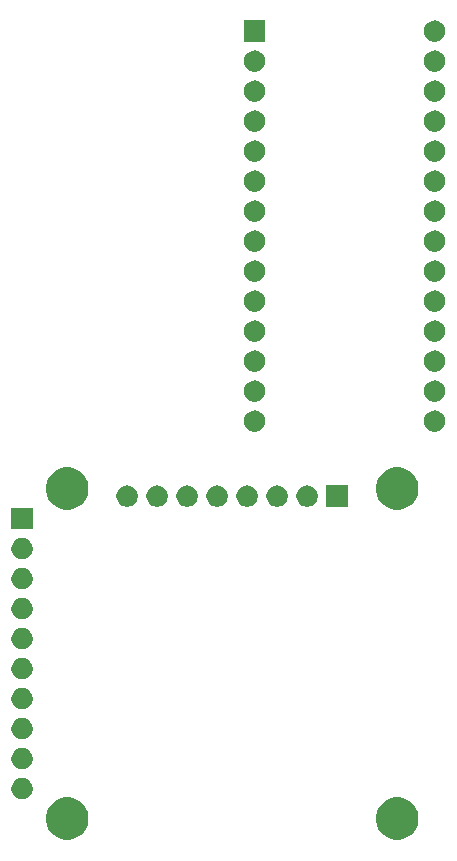
<source format=gbr>
G04 #@! TF.GenerationSoftware,KiCad,Pcbnew,(5.1.5-0-10_14)*
G04 #@! TF.CreationDate,2020-09-26T22:56:57+02:00*
G04 #@! TF.ProjectId,es_display,65735f64-6973-4706-9c61-792e6b696361,rev?*
G04 #@! TF.SameCoordinates,Original*
G04 #@! TF.FileFunction,Soldermask,Top*
G04 #@! TF.FilePolarity,Negative*
%FSLAX46Y46*%
G04 Gerber Fmt 4.6, Leading zero omitted, Abs format (unit mm)*
G04 Created by KiCad (PCBNEW (5.1.5-0-10_14)) date 2020-09-26 22:56:57*
%MOMM*%
%LPD*%
G04 APERTURE LIST*
%ADD10C,0.100000*%
G04 APERTURE END LIST*
D10*
G36*
X147210331Y-136063211D02*
G01*
X147538092Y-136198974D01*
X147833070Y-136396072D01*
X148083928Y-136646930D01*
X148281026Y-136941908D01*
X148416789Y-137269669D01*
X148486000Y-137617616D01*
X148486000Y-137972384D01*
X148416789Y-138320331D01*
X148281026Y-138648092D01*
X148083928Y-138943070D01*
X147833070Y-139193928D01*
X147538092Y-139391026D01*
X147210331Y-139526789D01*
X146862384Y-139596000D01*
X146507616Y-139596000D01*
X146159669Y-139526789D01*
X145831908Y-139391026D01*
X145536930Y-139193928D01*
X145286072Y-138943070D01*
X145088974Y-138648092D01*
X144953211Y-138320331D01*
X144884000Y-137972384D01*
X144884000Y-137617616D01*
X144953211Y-137269669D01*
X145088974Y-136941908D01*
X145286072Y-136646930D01*
X145536930Y-136396072D01*
X145831908Y-136198974D01*
X146159669Y-136063211D01*
X146507616Y-135994000D01*
X146862384Y-135994000D01*
X147210331Y-136063211D01*
G37*
G36*
X119270331Y-136063211D02*
G01*
X119598092Y-136198974D01*
X119893070Y-136396072D01*
X120143928Y-136646930D01*
X120341026Y-136941908D01*
X120476789Y-137269669D01*
X120546000Y-137617616D01*
X120546000Y-137972384D01*
X120476789Y-138320331D01*
X120341026Y-138648092D01*
X120143928Y-138943070D01*
X119893070Y-139193928D01*
X119598092Y-139391026D01*
X119270331Y-139526789D01*
X118922384Y-139596000D01*
X118567616Y-139596000D01*
X118219669Y-139526789D01*
X117891908Y-139391026D01*
X117596930Y-139193928D01*
X117346072Y-138943070D01*
X117148974Y-138648092D01*
X117013211Y-138320331D01*
X116944000Y-137972384D01*
X116944000Y-137617616D01*
X117013211Y-137269669D01*
X117148974Y-136941908D01*
X117346072Y-136646930D01*
X117596930Y-136396072D01*
X117891908Y-136198974D01*
X118219669Y-136063211D01*
X118567616Y-135994000D01*
X118922384Y-135994000D01*
X119270331Y-136063211D01*
G37*
G36*
X115048512Y-134358927D02*
G01*
X115197812Y-134388624D01*
X115361784Y-134456544D01*
X115509354Y-134555147D01*
X115634853Y-134680646D01*
X115733456Y-134828216D01*
X115801376Y-134992188D01*
X115836000Y-135166259D01*
X115836000Y-135343741D01*
X115801376Y-135517812D01*
X115733456Y-135681784D01*
X115634853Y-135829354D01*
X115509354Y-135954853D01*
X115361784Y-136053456D01*
X115197812Y-136121376D01*
X115048512Y-136151073D01*
X115023742Y-136156000D01*
X114846258Y-136156000D01*
X114821488Y-136151073D01*
X114672188Y-136121376D01*
X114508216Y-136053456D01*
X114360646Y-135954853D01*
X114235147Y-135829354D01*
X114136544Y-135681784D01*
X114068624Y-135517812D01*
X114034000Y-135343741D01*
X114034000Y-135166259D01*
X114068624Y-134992188D01*
X114136544Y-134828216D01*
X114235147Y-134680646D01*
X114360646Y-134555147D01*
X114508216Y-134456544D01*
X114672188Y-134388624D01*
X114821488Y-134358927D01*
X114846258Y-134354000D01*
X115023742Y-134354000D01*
X115048512Y-134358927D01*
G37*
G36*
X115048512Y-131818927D02*
G01*
X115197812Y-131848624D01*
X115361784Y-131916544D01*
X115509354Y-132015147D01*
X115634853Y-132140646D01*
X115733456Y-132288216D01*
X115801376Y-132452188D01*
X115836000Y-132626259D01*
X115836000Y-132803741D01*
X115801376Y-132977812D01*
X115733456Y-133141784D01*
X115634853Y-133289354D01*
X115509354Y-133414853D01*
X115361784Y-133513456D01*
X115197812Y-133581376D01*
X115048512Y-133611073D01*
X115023742Y-133616000D01*
X114846258Y-133616000D01*
X114821488Y-133611073D01*
X114672188Y-133581376D01*
X114508216Y-133513456D01*
X114360646Y-133414853D01*
X114235147Y-133289354D01*
X114136544Y-133141784D01*
X114068624Y-132977812D01*
X114034000Y-132803741D01*
X114034000Y-132626259D01*
X114068624Y-132452188D01*
X114136544Y-132288216D01*
X114235147Y-132140646D01*
X114360646Y-132015147D01*
X114508216Y-131916544D01*
X114672188Y-131848624D01*
X114821488Y-131818927D01*
X114846258Y-131814000D01*
X115023742Y-131814000D01*
X115048512Y-131818927D01*
G37*
G36*
X115048512Y-129278927D02*
G01*
X115197812Y-129308624D01*
X115361784Y-129376544D01*
X115509354Y-129475147D01*
X115634853Y-129600646D01*
X115733456Y-129748216D01*
X115801376Y-129912188D01*
X115836000Y-130086259D01*
X115836000Y-130263741D01*
X115801376Y-130437812D01*
X115733456Y-130601784D01*
X115634853Y-130749354D01*
X115509354Y-130874853D01*
X115361784Y-130973456D01*
X115197812Y-131041376D01*
X115048512Y-131071073D01*
X115023742Y-131076000D01*
X114846258Y-131076000D01*
X114821488Y-131071073D01*
X114672188Y-131041376D01*
X114508216Y-130973456D01*
X114360646Y-130874853D01*
X114235147Y-130749354D01*
X114136544Y-130601784D01*
X114068624Y-130437812D01*
X114034000Y-130263741D01*
X114034000Y-130086259D01*
X114068624Y-129912188D01*
X114136544Y-129748216D01*
X114235147Y-129600646D01*
X114360646Y-129475147D01*
X114508216Y-129376544D01*
X114672188Y-129308624D01*
X114821488Y-129278927D01*
X114846258Y-129274000D01*
X115023742Y-129274000D01*
X115048512Y-129278927D01*
G37*
G36*
X115048512Y-126738927D02*
G01*
X115197812Y-126768624D01*
X115361784Y-126836544D01*
X115509354Y-126935147D01*
X115634853Y-127060646D01*
X115733456Y-127208216D01*
X115801376Y-127372188D01*
X115836000Y-127546259D01*
X115836000Y-127723741D01*
X115801376Y-127897812D01*
X115733456Y-128061784D01*
X115634853Y-128209354D01*
X115509354Y-128334853D01*
X115361784Y-128433456D01*
X115197812Y-128501376D01*
X115048512Y-128531073D01*
X115023742Y-128536000D01*
X114846258Y-128536000D01*
X114821488Y-128531073D01*
X114672188Y-128501376D01*
X114508216Y-128433456D01*
X114360646Y-128334853D01*
X114235147Y-128209354D01*
X114136544Y-128061784D01*
X114068624Y-127897812D01*
X114034000Y-127723741D01*
X114034000Y-127546259D01*
X114068624Y-127372188D01*
X114136544Y-127208216D01*
X114235147Y-127060646D01*
X114360646Y-126935147D01*
X114508216Y-126836544D01*
X114672188Y-126768624D01*
X114821488Y-126738927D01*
X114846258Y-126734000D01*
X115023742Y-126734000D01*
X115048512Y-126738927D01*
G37*
G36*
X115048512Y-124198927D02*
G01*
X115197812Y-124228624D01*
X115361784Y-124296544D01*
X115509354Y-124395147D01*
X115634853Y-124520646D01*
X115733456Y-124668216D01*
X115801376Y-124832188D01*
X115836000Y-125006259D01*
X115836000Y-125183741D01*
X115801376Y-125357812D01*
X115733456Y-125521784D01*
X115634853Y-125669354D01*
X115509354Y-125794853D01*
X115361784Y-125893456D01*
X115197812Y-125961376D01*
X115048512Y-125991073D01*
X115023742Y-125996000D01*
X114846258Y-125996000D01*
X114821488Y-125991073D01*
X114672188Y-125961376D01*
X114508216Y-125893456D01*
X114360646Y-125794853D01*
X114235147Y-125669354D01*
X114136544Y-125521784D01*
X114068624Y-125357812D01*
X114034000Y-125183741D01*
X114034000Y-125006259D01*
X114068624Y-124832188D01*
X114136544Y-124668216D01*
X114235147Y-124520646D01*
X114360646Y-124395147D01*
X114508216Y-124296544D01*
X114672188Y-124228624D01*
X114821488Y-124198927D01*
X114846258Y-124194000D01*
X115023742Y-124194000D01*
X115048512Y-124198927D01*
G37*
G36*
X115048512Y-121658927D02*
G01*
X115197812Y-121688624D01*
X115361784Y-121756544D01*
X115509354Y-121855147D01*
X115634853Y-121980646D01*
X115733456Y-122128216D01*
X115801376Y-122292188D01*
X115836000Y-122466259D01*
X115836000Y-122643741D01*
X115801376Y-122817812D01*
X115733456Y-122981784D01*
X115634853Y-123129354D01*
X115509354Y-123254853D01*
X115361784Y-123353456D01*
X115197812Y-123421376D01*
X115048512Y-123451073D01*
X115023742Y-123456000D01*
X114846258Y-123456000D01*
X114821488Y-123451073D01*
X114672188Y-123421376D01*
X114508216Y-123353456D01*
X114360646Y-123254853D01*
X114235147Y-123129354D01*
X114136544Y-122981784D01*
X114068624Y-122817812D01*
X114034000Y-122643741D01*
X114034000Y-122466259D01*
X114068624Y-122292188D01*
X114136544Y-122128216D01*
X114235147Y-121980646D01*
X114360646Y-121855147D01*
X114508216Y-121756544D01*
X114672188Y-121688624D01*
X114821488Y-121658927D01*
X114846258Y-121654000D01*
X115023742Y-121654000D01*
X115048512Y-121658927D01*
G37*
G36*
X115048512Y-119118927D02*
G01*
X115197812Y-119148624D01*
X115361784Y-119216544D01*
X115509354Y-119315147D01*
X115634853Y-119440646D01*
X115733456Y-119588216D01*
X115801376Y-119752188D01*
X115836000Y-119926259D01*
X115836000Y-120103741D01*
X115801376Y-120277812D01*
X115733456Y-120441784D01*
X115634853Y-120589354D01*
X115509354Y-120714853D01*
X115361784Y-120813456D01*
X115197812Y-120881376D01*
X115048512Y-120911073D01*
X115023742Y-120916000D01*
X114846258Y-120916000D01*
X114821488Y-120911073D01*
X114672188Y-120881376D01*
X114508216Y-120813456D01*
X114360646Y-120714853D01*
X114235147Y-120589354D01*
X114136544Y-120441784D01*
X114068624Y-120277812D01*
X114034000Y-120103741D01*
X114034000Y-119926259D01*
X114068624Y-119752188D01*
X114136544Y-119588216D01*
X114235147Y-119440646D01*
X114360646Y-119315147D01*
X114508216Y-119216544D01*
X114672188Y-119148624D01*
X114821488Y-119118927D01*
X114846258Y-119114000D01*
X115023742Y-119114000D01*
X115048512Y-119118927D01*
G37*
G36*
X115048512Y-116578927D02*
G01*
X115197812Y-116608624D01*
X115361784Y-116676544D01*
X115509354Y-116775147D01*
X115634853Y-116900646D01*
X115733456Y-117048216D01*
X115801376Y-117212188D01*
X115836000Y-117386259D01*
X115836000Y-117563741D01*
X115801376Y-117737812D01*
X115733456Y-117901784D01*
X115634853Y-118049354D01*
X115509354Y-118174853D01*
X115361784Y-118273456D01*
X115197812Y-118341376D01*
X115048512Y-118371073D01*
X115023742Y-118376000D01*
X114846258Y-118376000D01*
X114821488Y-118371073D01*
X114672188Y-118341376D01*
X114508216Y-118273456D01*
X114360646Y-118174853D01*
X114235147Y-118049354D01*
X114136544Y-117901784D01*
X114068624Y-117737812D01*
X114034000Y-117563741D01*
X114034000Y-117386259D01*
X114068624Y-117212188D01*
X114136544Y-117048216D01*
X114235147Y-116900646D01*
X114360646Y-116775147D01*
X114508216Y-116676544D01*
X114672188Y-116608624D01*
X114821488Y-116578927D01*
X114846258Y-116574000D01*
X115023742Y-116574000D01*
X115048512Y-116578927D01*
G37*
G36*
X115048512Y-114038927D02*
G01*
X115197812Y-114068624D01*
X115361784Y-114136544D01*
X115509354Y-114235147D01*
X115634853Y-114360646D01*
X115733456Y-114508216D01*
X115801376Y-114672188D01*
X115836000Y-114846259D01*
X115836000Y-115023741D01*
X115801376Y-115197812D01*
X115733456Y-115361784D01*
X115634853Y-115509354D01*
X115509354Y-115634853D01*
X115361784Y-115733456D01*
X115197812Y-115801376D01*
X115048512Y-115831073D01*
X115023742Y-115836000D01*
X114846258Y-115836000D01*
X114821488Y-115831073D01*
X114672188Y-115801376D01*
X114508216Y-115733456D01*
X114360646Y-115634853D01*
X114235147Y-115509354D01*
X114136544Y-115361784D01*
X114068624Y-115197812D01*
X114034000Y-115023741D01*
X114034000Y-114846259D01*
X114068624Y-114672188D01*
X114136544Y-114508216D01*
X114235147Y-114360646D01*
X114360646Y-114235147D01*
X114508216Y-114136544D01*
X114672188Y-114068624D01*
X114821488Y-114038927D01*
X114846258Y-114034000D01*
X115023742Y-114034000D01*
X115048512Y-114038927D01*
G37*
G36*
X115836000Y-113296000D02*
G01*
X114034000Y-113296000D01*
X114034000Y-111494000D01*
X115836000Y-111494000D01*
X115836000Y-113296000D01*
G37*
G36*
X147210331Y-108123211D02*
G01*
X147538092Y-108258974D01*
X147833070Y-108456072D01*
X148083928Y-108706930D01*
X148281026Y-109001908D01*
X148416789Y-109329669D01*
X148486000Y-109677616D01*
X148486000Y-110032384D01*
X148416789Y-110380331D01*
X148281026Y-110708092D01*
X148083928Y-111003070D01*
X147833070Y-111253928D01*
X147538092Y-111451026D01*
X147210331Y-111586789D01*
X146862384Y-111656000D01*
X146507616Y-111656000D01*
X146159669Y-111586789D01*
X145831908Y-111451026D01*
X145536930Y-111253928D01*
X145286072Y-111003070D01*
X145088974Y-110708092D01*
X144953211Y-110380331D01*
X144884000Y-110032384D01*
X144884000Y-109677616D01*
X144953211Y-109329669D01*
X145088974Y-109001908D01*
X145286072Y-108706930D01*
X145536930Y-108456072D01*
X145831908Y-108258974D01*
X146159669Y-108123211D01*
X146507616Y-108054000D01*
X146862384Y-108054000D01*
X147210331Y-108123211D01*
G37*
G36*
X119270331Y-108123211D02*
G01*
X119598092Y-108258974D01*
X119893070Y-108456072D01*
X120143928Y-108706930D01*
X120341026Y-109001908D01*
X120476789Y-109329669D01*
X120546000Y-109677616D01*
X120546000Y-110032384D01*
X120476789Y-110380331D01*
X120341026Y-110708092D01*
X120143928Y-111003070D01*
X119893070Y-111253928D01*
X119598092Y-111451026D01*
X119270331Y-111586789D01*
X118922384Y-111656000D01*
X118567616Y-111656000D01*
X118219669Y-111586789D01*
X117891908Y-111451026D01*
X117596930Y-111253928D01*
X117346072Y-111003070D01*
X117148974Y-110708092D01*
X117013211Y-110380331D01*
X116944000Y-110032384D01*
X116944000Y-109677616D01*
X117013211Y-109329669D01*
X117148974Y-109001908D01*
X117346072Y-108706930D01*
X117596930Y-108456072D01*
X117891908Y-108258974D01*
X118219669Y-108123211D01*
X118567616Y-108054000D01*
X118922384Y-108054000D01*
X119270331Y-108123211D01*
G37*
G36*
X126478512Y-109593927D02*
G01*
X126627812Y-109623624D01*
X126791784Y-109691544D01*
X126939354Y-109790147D01*
X127064853Y-109915646D01*
X127163456Y-110063216D01*
X127231376Y-110227188D01*
X127266000Y-110401259D01*
X127266000Y-110578741D01*
X127231376Y-110752812D01*
X127163456Y-110916784D01*
X127064853Y-111064354D01*
X126939354Y-111189853D01*
X126791784Y-111288456D01*
X126627812Y-111356376D01*
X126478512Y-111386073D01*
X126453742Y-111391000D01*
X126276258Y-111391000D01*
X126251488Y-111386073D01*
X126102188Y-111356376D01*
X125938216Y-111288456D01*
X125790646Y-111189853D01*
X125665147Y-111064354D01*
X125566544Y-110916784D01*
X125498624Y-110752812D01*
X125464000Y-110578741D01*
X125464000Y-110401259D01*
X125498624Y-110227188D01*
X125566544Y-110063216D01*
X125665147Y-109915646D01*
X125790646Y-109790147D01*
X125938216Y-109691544D01*
X126102188Y-109623624D01*
X126251488Y-109593927D01*
X126276258Y-109589000D01*
X126453742Y-109589000D01*
X126478512Y-109593927D01*
G37*
G36*
X129018512Y-109593927D02*
G01*
X129167812Y-109623624D01*
X129331784Y-109691544D01*
X129479354Y-109790147D01*
X129604853Y-109915646D01*
X129703456Y-110063216D01*
X129771376Y-110227188D01*
X129806000Y-110401259D01*
X129806000Y-110578741D01*
X129771376Y-110752812D01*
X129703456Y-110916784D01*
X129604853Y-111064354D01*
X129479354Y-111189853D01*
X129331784Y-111288456D01*
X129167812Y-111356376D01*
X129018512Y-111386073D01*
X128993742Y-111391000D01*
X128816258Y-111391000D01*
X128791488Y-111386073D01*
X128642188Y-111356376D01*
X128478216Y-111288456D01*
X128330646Y-111189853D01*
X128205147Y-111064354D01*
X128106544Y-110916784D01*
X128038624Y-110752812D01*
X128004000Y-110578741D01*
X128004000Y-110401259D01*
X128038624Y-110227188D01*
X128106544Y-110063216D01*
X128205147Y-109915646D01*
X128330646Y-109790147D01*
X128478216Y-109691544D01*
X128642188Y-109623624D01*
X128791488Y-109593927D01*
X128816258Y-109589000D01*
X128993742Y-109589000D01*
X129018512Y-109593927D01*
G37*
G36*
X123938512Y-109593927D02*
G01*
X124087812Y-109623624D01*
X124251784Y-109691544D01*
X124399354Y-109790147D01*
X124524853Y-109915646D01*
X124623456Y-110063216D01*
X124691376Y-110227188D01*
X124726000Y-110401259D01*
X124726000Y-110578741D01*
X124691376Y-110752812D01*
X124623456Y-110916784D01*
X124524853Y-111064354D01*
X124399354Y-111189853D01*
X124251784Y-111288456D01*
X124087812Y-111356376D01*
X123938512Y-111386073D01*
X123913742Y-111391000D01*
X123736258Y-111391000D01*
X123711488Y-111386073D01*
X123562188Y-111356376D01*
X123398216Y-111288456D01*
X123250646Y-111189853D01*
X123125147Y-111064354D01*
X123026544Y-110916784D01*
X122958624Y-110752812D01*
X122924000Y-110578741D01*
X122924000Y-110401259D01*
X122958624Y-110227188D01*
X123026544Y-110063216D01*
X123125147Y-109915646D01*
X123250646Y-109790147D01*
X123398216Y-109691544D01*
X123562188Y-109623624D01*
X123711488Y-109593927D01*
X123736258Y-109589000D01*
X123913742Y-109589000D01*
X123938512Y-109593927D01*
G37*
G36*
X142506000Y-111391000D02*
G01*
X140704000Y-111391000D01*
X140704000Y-109589000D01*
X142506000Y-109589000D01*
X142506000Y-111391000D01*
G37*
G36*
X139178512Y-109593927D02*
G01*
X139327812Y-109623624D01*
X139491784Y-109691544D01*
X139639354Y-109790147D01*
X139764853Y-109915646D01*
X139863456Y-110063216D01*
X139931376Y-110227188D01*
X139966000Y-110401259D01*
X139966000Y-110578741D01*
X139931376Y-110752812D01*
X139863456Y-110916784D01*
X139764853Y-111064354D01*
X139639354Y-111189853D01*
X139491784Y-111288456D01*
X139327812Y-111356376D01*
X139178512Y-111386073D01*
X139153742Y-111391000D01*
X138976258Y-111391000D01*
X138951488Y-111386073D01*
X138802188Y-111356376D01*
X138638216Y-111288456D01*
X138490646Y-111189853D01*
X138365147Y-111064354D01*
X138266544Y-110916784D01*
X138198624Y-110752812D01*
X138164000Y-110578741D01*
X138164000Y-110401259D01*
X138198624Y-110227188D01*
X138266544Y-110063216D01*
X138365147Y-109915646D01*
X138490646Y-109790147D01*
X138638216Y-109691544D01*
X138802188Y-109623624D01*
X138951488Y-109593927D01*
X138976258Y-109589000D01*
X139153742Y-109589000D01*
X139178512Y-109593927D01*
G37*
G36*
X136638512Y-109593927D02*
G01*
X136787812Y-109623624D01*
X136951784Y-109691544D01*
X137099354Y-109790147D01*
X137224853Y-109915646D01*
X137323456Y-110063216D01*
X137391376Y-110227188D01*
X137426000Y-110401259D01*
X137426000Y-110578741D01*
X137391376Y-110752812D01*
X137323456Y-110916784D01*
X137224853Y-111064354D01*
X137099354Y-111189853D01*
X136951784Y-111288456D01*
X136787812Y-111356376D01*
X136638512Y-111386073D01*
X136613742Y-111391000D01*
X136436258Y-111391000D01*
X136411488Y-111386073D01*
X136262188Y-111356376D01*
X136098216Y-111288456D01*
X135950646Y-111189853D01*
X135825147Y-111064354D01*
X135726544Y-110916784D01*
X135658624Y-110752812D01*
X135624000Y-110578741D01*
X135624000Y-110401259D01*
X135658624Y-110227188D01*
X135726544Y-110063216D01*
X135825147Y-109915646D01*
X135950646Y-109790147D01*
X136098216Y-109691544D01*
X136262188Y-109623624D01*
X136411488Y-109593927D01*
X136436258Y-109589000D01*
X136613742Y-109589000D01*
X136638512Y-109593927D01*
G37*
G36*
X134098512Y-109593927D02*
G01*
X134247812Y-109623624D01*
X134411784Y-109691544D01*
X134559354Y-109790147D01*
X134684853Y-109915646D01*
X134783456Y-110063216D01*
X134851376Y-110227188D01*
X134886000Y-110401259D01*
X134886000Y-110578741D01*
X134851376Y-110752812D01*
X134783456Y-110916784D01*
X134684853Y-111064354D01*
X134559354Y-111189853D01*
X134411784Y-111288456D01*
X134247812Y-111356376D01*
X134098512Y-111386073D01*
X134073742Y-111391000D01*
X133896258Y-111391000D01*
X133871488Y-111386073D01*
X133722188Y-111356376D01*
X133558216Y-111288456D01*
X133410646Y-111189853D01*
X133285147Y-111064354D01*
X133186544Y-110916784D01*
X133118624Y-110752812D01*
X133084000Y-110578741D01*
X133084000Y-110401259D01*
X133118624Y-110227188D01*
X133186544Y-110063216D01*
X133285147Y-109915646D01*
X133410646Y-109790147D01*
X133558216Y-109691544D01*
X133722188Y-109623624D01*
X133871488Y-109593927D01*
X133896258Y-109589000D01*
X134073742Y-109589000D01*
X134098512Y-109593927D01*
G37*
G36*
X131558512Y-109593927D02*
G01*
X131707812Y-109623624D01*
X131871784Y-109691544D01*
X132019354Y-109790147D01*
X132144853Y-109915646D01*
X132243456Y-110063216D01*
X132311376Y-110227188D01*
X132346000Y-110401259D01*
X132346000Y-110578741D01*
X132311376Y-110752812D01*
X132243456Y-110916784D01*
X132144853Y-111064354D01*
X132019354Y-111189853D01*
X131871784Y-111288456D01*
X131707812Y-111356376D01*
X131558512Y-111386073D01*
X131533742Y-111391000D01*
X131356258Y-111391000D01*
X131331488Y-111386073D01*
X131182188Y-111356376D01*
X131018216Y-111288456D01*
X130870646Y-111189853D01*
X130745147Y-111064354D01*
X130646544Y-110916784D01*
X130578624Y-110752812D01*
X130544000Y-110578741D01*
X130544000Y-110401259D01*
X130578624Y-110227188D01*
X130646544Y-110063216D01*
X130745147Y-109915646D01*
X130870646Y-109790147D01*
X131018216Y-109691544D01*
X131182188Y-109623624D01*
X131331488Y-109593927D01*
X131356258Y-109589000D01*
X131533742Y-109589000D01*
X131558512Y-109593927D01*
G37*
G36*
X149973512Y-103243927D02*
G01*
X150122812Y-103273624D01*
X150286784Y-103341544D01*
X150434354Y-103440147D01*
X150559853Y-103565646D01*
X150658456Y-103713216D01*
X150726376Y-103877188D01*
X150761000Y-104051259D01*
X150761000Y-104228741D01*
X150726376Y-104402812D01*
X150658456Y-104566784D01*
X150559853Y-104714354D01*
X150434354Y-104839853D01*
X150286784Y-104938456D01*
X150122812Y-105006376D01*
X149973512Y-105036073D01*
X149948742Y-105041000D01*
X149771258Y-105041000D01*
X149746488Y-105036073D01*
X149597188Y-105006376D01*
X149433216Y-104938456D01*
X149285646Y-104839853D01*
X149160147Y-104714354D01*
X149061544Y-104566784D01*
X148993624Y-104402812D01*
X148959000Y-104228741D01*
X148959000Y-104051259D01*
X148993624Y-103877188D01*
X149061544Y-103713216D01*
X149160147Y-103565646D01*
X149285646Y-103440147D01*
X149433216Y-103341544D01*
X149597188Y-103273624D01*
X149746488Y-103243927D01*
X149771258Y-103239000D01*
X149948742Y-103239000D01*
X149973512Y-103243927D01*
G37*
G36*
X134733512Y-103243927D02*
G01*
X134882812Y-103273624D01*
X135046784Y-103341544D01*
X135194354Y-103440147D01*
X135319853Y-103565646D01*
X135418456Y-103713216D01*
X135486376Y-103877188D01*
X135521000Y-104051259D01*
X135521000Y-104228741D01*
X135486376Y-104402812D01*
X135418456Y-104566784D01*
X135319853Y-104714354D01*
X135194354Y-104839853D01*
X135046784Y-104938456D01*
X134882812Y-105006376D01*
X134733512Y-105036073D01*
X134708742Y-105041000D01*
X134531258Y-105041000D01*
X134506488Y-105036073D01*
X134357188Y-105006376D01*
X134193216Y-104938456D01*
X134045646Y-104839853D01*
X133920147Y-104714354D01*
X133821544Y-104566784D01*
X133753624Y-104402812D01*
X133719000Y-104228741D01*
X133719000Y-104051259D01*
X133753624Y-103877188D01*
X133821544Y-103713216D01*
X133920147Y-103565646D01*
X134045646Y-103440147D01*
X134193216Y-103341544D01*
X134357188Y-103273624D01*
X134506488Y-103243927D01*
X134531258Y-103239000D01*
X134708742Y-103239000D01*
X134733512Y-103243927D01*
G37*
G36*
X149973512Y-100703927D02*
G01*
X150122812Y-100733624D01*
X150286784Y-100801544D01*
X150434354Y-100900147D01*
X150559853Y-101025646D01*
X150658456Y-101173216D01*
X150726376Y-101337188D01*
X150761000Y-101511259D01*
X150761000Y-101688741D01*
X150726376Y-101862812D01*
X150658456Y-102026784D01*
X150559853Y-102174354D01*
X150434354Y-102299853D01*
X150286784Y-102398456D01*
X150122812Y-102466376D01*
X149973512Y-102496073D01*
X149948742Y-102501000D01*
X149771258Y-102501000D01*
X149746488Y-102496073D01*
X149597188Y-102466376D01*
X149433216Y-102398456D01*
X149285646Y-102299853D01*
X149160147Y-102174354D01*
X149061544Y-102026784D01*
X148993624Y-101862812D01*
X148959000Y-101688741D01*
X148959000Y-101511259D01*
X148993624Y-101337188D01*
X149061544Y-101173216D01*
X149160147Y-101025646D01*
X149285646Y-100900147D01*
X149433216Y-100801544D01*
X149597188Y-100733624D01*
X149746488Y-100703927D01*
X149771258Y-100699000D01*
X149948742Y-100699000D01*
X149973512Y-100703927D01*
G37*
G36*
X134733512Y-100703927D02*
G01*
X134882812Y-100733624D01*
X135046784Y-100801544D01*
X135194354Y-100900147D01*
X135319853Y-101025646D01*
X135418456Y-101173216D01*
X135486376Y-101337188D01*
X135521000Y-101511259D01*
X135521000Y-101688741D01*
X135486376Y-101862812D01*
X135418456Y-102026784D01*
X135319853Y-102174354D01*
X135194354Y-102299853D01*
X135046784Y-102398456D01*
X134882812Y-102466376D01*
X134733512Y-102496073D01*
X134708742Y-102501000D01*
X134531258Y-102501000D01*
X134506488Y-102496073D01*
X134357188Y-102466376D01*
X134193216Y-102398456D01*
X134045646Y-102299853D01*
X133920147Y-102174354D01*
X133821544Y-102026784D01*
X133753624Y-101862812D01*
X133719000Y-101688741D01*
X133719000Y-101511259D01*
X133753624Y-101337188D01*
X133821544Y-101173216D01*
X133920147Y-101025646D01*
X134045646Y-100900147D01*
X134193216Y-100801544D01*
X134357188Y-100733624D01*
X134506488Y-100703927D01*
X134531258Y-100699000D01*
X134708742Y-100699000D01*
X134733512Y-100703927D01*
G37*
G36*
X149973512Y-98163927D02*
G01*
X150122812Y-98193624D01*
X150286784Y-98261544D01*
X150434354Y-98360147D01*
X150559853Y-98485646D01*
X150658456Y-98633216D01*
X150726376Y-98797188D01*
X150761000Y-98971259D01*
X150761000Y-99148741D01*
X150726376Y-99322812D01*
X150658456Y-99486784D01*
X150559853Y-99634354D01*
X150434354Y-99759853D01*
X150286784Y-99858456D01*
X150122812Y-99926376D01*
X149973512Y-99956073D01*
X149948742Y-99961000D01*
X149771258Y-99961000D01*
X149746488Y-99956073D01*
X149597188Y-99926376D01*
X149433216Y-99858456D01*
X149285646Y-99759853D01*
X149160147Y-99634354D01*
X149061544Y-99486784D01*
X148993624Y-99322812D01*
X148959000Y-99148741D01*
X148959000Y-98971259D01*
X148993624Y-98797188D01*
X149061544Y-98633216D01*
X149160147Y-98485646D01*
X149285646Y-98360147D01*
X149433216Y-98261544D01*
X149597188Y-98193624D01*
X149746488Y-98163927D01*
X149771258Y-98159000D01*
X149948742Y-98159000D01*
X149973512Y-98163927D01*
G37*
G36*
X134733512Y-98163927D02*
G01*
X134882812Y-98193624D01*
X135046784Y-98261544D01*
X135194354Y-98360147D01*
X135319853Y-98485646D01*
X135418456Y-98633216D01*
X135486376Y-98797188D01*
X135521000Y-98971259D01*
X135521000Y-99148741D01*
X135486376Y-99322812D01*
X135418456Y-99486784D01*
X135319853Y-99634354D01*
X135194354Y-99759853D01*
X135046784Y-99858456D01*
X134882812Y-99926376D01*
X134733512Y-99956073D01*
X134708742Y-99961000D01*
X134531258Y-99961000D01*
X134506488Y-99956073D01*
X134357188Y-99926376D01*
X134193216Y-99858456D01*
X134045646Y-99759853D01*
X133920147Y-99634354D01*
X133821544Y-99486784D01*
X133753624Y-99322812D01*
X133719000Y-99148741D01*
X133719000Y-98971259D01*
X133753624Y-98797188D01*
X133821544Y-98633216D01*
X133920147Y-98485646D01*
X134045646Y-98360147D01*
X134193216Y-98261544D01*
X134357188Y-98193624D01*
X134506488Y-98163927D01*
X134531258Y-98159000D01*
X134708742Y-98159000D01*
X134733512Y-98163927D01*
G37*
G36*
X134733512Y-95623927D02*
G01*
X134882812Y-95653624D01*
X135046784Y-95721544D01*
X135194354Y-95820147D01*
X135319853Y-95945646D01*
X135418456Y-96093216D01*
X135486376Y-96257188D01*
X135521000Y-96431259D01*
X135521000Y-96608741D01*
X135486376Y-96782812D01*
X135418456Y-96946784D01*
X135319853Y-97094354D01*
X135194354Y-97219853D01*
X135046784Y-97318456D01*
X134882812Y-97386376D01*
X134733512Y-97416073D01*
X134708742Y-97421000D01*
X134531258Y-97421000D01*
X134506488Y-97416073D01*
X134357188Y-97386376D01*
X134193216Y-97318456D01*
X134045646Y-97219853D01*
X133920147Y-97094354D01*
X133821544Y-96946784D01*
X133753624Y-96782812D01*
X133719000Y-96608741D01*
X133719000Y-96431259D01*
X133753624Y-96257188D01*
X133821544Y-96093216D01*
X133920147Y-95945646D01*
X134045646Y-95820147D01*
X134193216Y-95721544D01*
X134357188Y-95653624D01*
X134506488Y-95623927D01*
X134531258Y-95619000D01*
X134708742Y-95619000D01*
X134733512Y-95623927D01*
G37*
G36*
X149973512Y-95623927D02*
G01*
X150122812Y-95653624D01*
X150286784Y-95721544D01*
X150434354Y-95820147D01*
X150559853Y-95945646D01*
X150658456Y-96093216D01*
X150726376Y-96257188D01*
X150761000Y-96431259D01*
X150761000Y-96608741D01*
X150726376Y-96782812D01*
X150658456Y-96946784D01*
X150559853Y-97094354D01*
X150434354Y-97219853D01*
X150286784Y-97318456D01*
X150122812Y-97386376D01*
X149973512Y-97416073D01*
X149948742Y-97421000D01*
X149771258Y-97421000D01*
X149746488Y-97416073D01*
X149597188Y-97386376D01*
X149433216Y-97318456D01*
X149285646Y-97219853D01*
X149160147Y-97094354D01*
X149061544Y-96946784D01*
X148993624Y-96782812D01*
X148959000Y-96608741D01*
X148959000Y-96431259D01*
X148993624Y-96257188D01*
X149061544Y-96093216D01*
X149160147Y-95945646D01*
X149285646Y-95820147D01*
X149433216Y-95721544D01*
X149597188Y-95653624D01*
X149746488Y-95623927D01*
X149771258Y-95619000D01*
X149948742Y-95619000D01*
X149973512Y-95623927D01*
G37*
G36*
X134733512Y-93083927D02*
G01*
X134882812Y-93113624D01*
X135046784Y-93181544D01*
X135194354Y-93280147D01*
X135319853Y-93405646D01*
X135418456Y-93553216D01*
X135486376Y-93717188D01*
X135521000Y-93891259D01*
X135521000Y-94068741D01*
X135486376Y-94242812D01*
X135418456Y-94406784D01*
X135319853Y-94554354D01*
X135194354Y-94679853D01*
X135046784Y-94778456D01*
X134882812Y-94846376D01*
X134733512Y-94876073D01*
X134708742Y-94881000D01*
X134531258Y-94881000D01*
X134506488Y-94876073D01*
X134357188Y-94846376D01*
X134193216Y-94778456D01*
X134045646Y-94679853D01*
X133920147Y-94554354D01*
X133821544Y-94406784D01*
X133753624Y-94242812D01*
X133719000Y-94068741D01*
X133719000Y-93891259D01*
X133753624Y-93717188D01*
X133821544Y-93553216D01*
X133920147Y-93405646D01*
X134045646Y-93280147D01*
X134193216Y-93181544D01*
X134357188Y-93113624D01*
X134506488Y-93083927D01*
X134531258Y-93079000D01*
X134708742Y-93079000D01*
X134733512Y-93083927D01*
G37*
G36*
X149973512Y-93083927D02*
G01*
X150122812Y-93113624D01*
X150286784Y-93181544D01*
X150434354Y-93280147D01*
X150559853Y-93405646D01*
X150658456Y-93553216D01*
X150726376Y-93717188D01*
X150761000Y-93891259D01*
X150761000Y-94068741D01*
X150726376Y-94242812D01*
X150658456Y-94406784D01*
X150559853Y-94554354D01*
X150434354Y-94679853D01*
X150286784Y-94778456D01*
X150122812Y-94846376D01*
X149973512Y-94876073D01*
X149948742Y-94881000D01*
X149771258Y-94881000D01*
X149746488Y-94876073D01*
X149597188Y-94846376D01*
X149433216Y-94778456D01*
X149285646Y-94679853D01*
X149160147Y-94554354D01*
X149061544Y-94406784D01*
X148993624Y-94242812D01*
X148959000Y-94068741D01*
X148959000Y-93891259D01*
X148993624Y-93717188D01*
X149061544Y-93553216D01*
X149160147Y-93405646D01*
X149285646Y-93280147D01*
X149433216Y-93181544D01*
X149597188Y-93113624D01*
X149746488Y-93083927D01*
X149771258Y-93079000D01*
X149948742Y-93079000D01*
X149973512Y-93083927D01*
G37*
G36*
X134733512Y-90543927D02*
G01*
X134882812Y-90573624D01*
X135046784Y-90641544D01*
X135194354Y-90740147D01*
X135319853Y-90865646D01*
X135418456Y-91013216D01*
X135486376Y-91177188D01*
X135521000Y-91351259D01*
X135521000Y-91528741D01*
X135486376Y-91702812D01*
X135418456Y-91866784D01*
X135319853Y-92014354D01*
X135194354Y-92139853D01*
X135046784Y-92238456D01*
X134882812Y-92306376D01*
X134733512Y-92336073D01*
X134708742Y-92341000D01*
X134531258Y-92341000D01*
X134506488Y-92336073D01*
X134357188Y-92306376D01*
X134193216Y-92238456D01*
X134045646Y-92139853D01*
X133920147Y-92014354D01*
X133821544Y-91866784D01*
X133753624Y-91702812D01*
X133719000Y-91528741D01*
X133719000Y-91351259D01*
X133753624Y-91177188D01*
X133821544Y-91013216D01*
X133920147Y-90865646D01*
X134045646Y-90740147D01*
X134193216Y-90641544D01*
X134357188Y-90573624D01*
X134506488Y-90543927D01*
X134531258Y-90539000D01*
X134708742Y-90539000D01*
X134733512Y-90543927D01*
G37*
G36*
X149973512Y-90543927D02*
G01*
X150122812Y-90573624D01*
X150286784Y-90641544D01*
X150434354Y-90740147D01*
X150559853Y-90865646D01*
X150658456Y-91013216D01*
X150726376Y-91177188D01*
X150761000Y-91351259D01*
X150761000Y-91528741D01*
X150726376Y-91702812D01*
X150658456Y-91866784D01*
X150559853Y-92014354D01*
X150434354Y-92139853D01*
X150286784Y-92238456D01*
X150122812Y-92306376D01*
X149973512Y-92336073D01*
X149948742Y-92341000D01*
X149771258Y-92341000D01*
X149746488Y-92336073D01*
X149597188Y-92306376D01*
X149433216Y-92238456D01*
X149285646Y-92139853D01*
X149160147Y-92014354D01*
X149061544Y-91866784D01*
X148993624Y-91702812D01*
X148959000Y-91528741D01*
X148959000Y-91351259D01*
X148993624Y-91177188D01*
X149061544Y-91013216D01*
X149160147Y-90865646D01*
X149285646Y-90740147D01*
X149433216Y-90641544D01*
X149597188Y-90573624D01*
X149746488Y-90543927D01*
X149771258Y-90539000D01*
X149948742Y-90539000D01*
X149973512Y-90543927D01*
G37*
G36*
X134733512Y-88003927D02*
G01*
X134882812Y-88033624D01*
X135046784Y-88101544D01*
X135194354Y-88200147D01*
X135319853Y-88325646D01*
X135418456Y-88473216D01*
X135486376Y-88637188D01*
X135521000Y-88811259D01*
X135521000Y-88988741D01*
X135486376Y-89162812D01*
X135418456Y-89326784D01*
X135319853Y-89474354D01*
X135194354Y-89599853D01*
X135046784Y-89698456D01*
X134882812Y-89766376D01*
X134733512Y-89796073D01*
X134708742Y-89801000D01*
X134531258Y-89801000D01*
X134506488Y-89796073D01*
X134357188Y-89766376D01*
X134193216Y-89698456D01*
X134045646Y-89599853D01*
X133920147Y-89474354D01*
X133821544Y-89326784D01*
X133753624Y-89162812D01*
X133719000Y-88988741D01*
X133719000Y-88811259D01*
X133753624Y-88637188D01*
X133821544Y-88473216D01*
X133920147Y-88325646D01*
X134045646Y-88200147D01*
X134193216Y-88101544D01*
X134357188Y-88033624D01*
X134506488Y-88003927D01*
X134531258Y-87999000D01*
X134708742Y-87999000D01*
X134733512Y-88003927D01*
G37*
G36*
X149973512Y-88003927D02*
G01*
X150122812Y-88033624D01*
X150286784Y-88101544D01*
X150434354Y-88200147D01*
X150559853Y-88325646D01*
X150658456Y-88473216D01*
X150726376Y-88637188D01*
X150761000Y-88811259D01*
X150761000Y-88988741D01*
X150726376Y-89162812D01*
X150658456Y-89326784D01*
X150559853Y-89474354D01*
X150434354Y-89599853D01*
X150286784Y-89698456D01*
X150122812Y-89766376D01*
X149973512Y-89796073D01*
X149948742Y-89801000D01*
X149771258Y-89801000D01*
X149746488Y-89796073D01*
X149597188Y-89766376D01*
X149433216Y-89698456D01*
X149285646Y-89599853D01*
X149160147Y-89474354D01*
X149061544Y-89326784D01*
X148993624Y-89162812D01*
X148959000Y-88988741D01*
X148959000Y-88811259D01*
X148993624Y-88637188D01*
X149061544Y-88473216D01*
X149160147Y-88325646D01*
X149285646Y-88200147D01*
X149433216Y-88101544D01*
X149597188Y-88033624D01*
X149746488Y-88003927D01*
X149771258Y-87999000D01*
X149948742Y-87999000D01*
X149973512Y-88003927D01*
G37*
G36*
X134733512Y-85463927D02*
G01*
X134882812Y-85493624D01*
X135046784Y-85561544D01*
X135194354Y-85660147D01*
X135319853Y-85785646D01*
X135418456Y-85933216D01*
X135486376Y-86097188D01*
X135521000Y-86271259D01*
X135521000Y-86448741D01*
X135486376Y-86622812D01*
X135418456Y-86786784D01*
X135319853Y-86934354D01*
X135194354Y-87059853D01*
X135046784Y-87158456D01*
X134882812Y-87226376D01*
X134733512Y-87256073D01*
X134708742Y-87261000D01*
X134531258Y-87261000D01*
X134506488Y-87256073D01*
X134357188Y-87226376D01*
X134193216Y-87158456D01*
X134045646Y-87059853D01*
X133920147Y-86934354D01*
X133821544Y-86786784D01*
X133753624Y-86622812D01*
X133719000Y-86448741D01*
X133719000Y-86271259D01*
X133753624Y-86097188D01*
X133821544Y-85933216D01*
X133920147Y-85785646D01*
X134045646Y-85660147D01*
X134193216Y-85561544D01*
X134357188Y-85493624D01*
X134506488Y-85463927D01*
X134531258Y-85459000D01*
X134708742Y-85459000D01*
X134733512Y-85463927D01*
G37*
G36*
X149973512Y-85463927D02*
G01*
X150122812Y-85493624D01*
X150286784Y-85561544D01*
X150434354Y-85660147D01*
X150559853Y-85785646D01*
X150658456Y-85933216D01*
X150726376Y-86097188D01*
X150761000Y-86271259D01*
X150761000Y-86448741D01*
X150726376Y-86622812D01*
X150658456Y-86786784D01*
X150559853Y-86934354D01*
X150434354Y-87059853D01*
X150286784Y-87158456D01*
X150122812Y-87226376D01*
X149973512Y-87256073D01*
X149948742Y-87261000D01*
X149771258Y-87261000D01*
X149746488Y-87256073D01*
X149597188Y-87226376D01*
X149433216Y-87158456D01*
X149285646Y-87059853D01*
X149160147Y-86934354D01*
X149061544Y-86786784D01*
X148993624Y-86622812D01*
X148959000Y-86448741D01*
X148959000Y-86271259D01*
X148993624Y-86097188D01*
X149061544Y-85933216D01*
X149160147Y-85785646D01*
X149285646Y-85660147D01*
X149433216Y-85561544D01*
X149597188Y-85493624D01*
X149746488Y-85463927D01*
X149771258Y-85459000D01*
X149948742Y-85459000D01*
X149973512Y-85463927D01*
G37*
G36*
X134733512Y-82923927D02*
G01*
X134882812Y-82953624D01*
X135046784Y-83021544D01*
X135194354Y-83120147D01*
X135319853Y-83245646D01*
X135418456Y-83393216D01*
X135486376Y-83557188D01*
X135521000Y-83731259D01*
X135521000Y-83908741D01*
X135486376Y-84082812D01*
X135418456Y-84246784D01*
X135319853Y-84394354D01*
X135194354Y-84519853D01*
X135046784Y-84618456D01*
X134882812Y-84686376D01*
X134733512Y-84716073D01*
X134708742Y-84721000D01*
X134531258Y-84721000D01*
X134506488Y-84716073D01*
X134357188Y-84686376D01*
X134193216Y-84618456D01*
X134045646Y-84519853D01*
X133920147Y-84394354D01*
X133821544Y-84246784D01*
X133753624Y-84082812D01*
X133719000Y-83908741D01*
X133719000Y-83731259D01*
X133753624Y-83557188D01*
X133821544Y-83393216D01*
X133920147Y-83245646D01*
X134045646Y-83120147D01*
X134193216Y-83021544D01*
X134357188Y-82953624D01*
X134506488Y-82923927D01*
X134531258Y-82919000D01*
X134708742Y-82919000D01*
X134733512Y-82923927D01*
G37*
G36*
X149973512Y-82923927D02*
G01*
X150122812Y-82953624D01*
X150286784Y-83021544D01*
X150434354Y-83120147D01*
X150559853Y-83245646D01*
X150658456Y-83393216D01*
X150726376Y-83557188D01*
X150761000Y-83731259D01*
X150761000Y-83908741D01*
X150726376Y-84082812D01*
X150658456Y-84246784D01*
X150559853Y-84394354D01*
X150434354Y-84519853D01*
X150286784Y-84618456D01*
X150122812Y-84686376D01*
X149973512Y-84716073D01*
X149948742Y-84721000D01*
X149771258Y-84721000D01*
X149746488Y-84716073D01*
X149597188Y-84686376D01*
X149433216Y-84618456D01*
X149285646Y-84519853D01*
X149160147Y-84394354D01*
X149061544Y-84246784D01*
X148993624Y-84082812D01*
X148959000Y-83908741D01*
X148959000Y-83731259D01*
X148993624Y-83557188D01*
X149061544Y-83393216D01*
X149160147Y-83245646D01*
X149285646Y-83120147D01*
X149433216Y-83021544D01*
X149597188Y-82953624D01*
X149746488Y-82923927D01*
X149771258Y-82919000D01*
X149948742Y-82919000D01*
X149973512Y-82923927D01*
G37*
G36*
X134733512Y-80383927D02*
G01*
X134882812Y-80413624D01*
X135046784Y-80481544D01*
X135194354Y-80580147D01*
X135319853Y-80705646D01*
X135418456Y-80853216D01*
X135486376Y-81017188D01*
X135521000Y-81191259D01*
X135521000Y-81368741D01*
X135486376Y-81542812D01*
X135418456Y-81706784D01*
X135319853Y-81854354D01*
X135194354Y-81979853D01*
X135046784Y-82078456D01*
X134882812Y-82146376D01*
X134733512Y-82176073D01*
X134708742Y-82181000D01*
X134531258Y-82181000D01*
X134506488Y-82176073D01*
X134357188Y-82146376D01*
X134193216Y-82078456D01*
X134045646Y-81979853D01*
X133920147Y-81854354D01*
X133821544Y-81706784D01*
X133753624Y-81542812D01*
X133719000Y-81368741D01*
X133719000Y-81191259D01*
X133753624Y-81017188D01*
X133821544Y-80853216D01*
X133920147Y-80705646D01*
X134045646Y-80580147D01*
X134193216Y-80481544D01*
X134357188Y-80413624D01*
X134506488Y-80383927D01*
X134531258Y-80379000D01*
X134708742Y-80379000D01*
X134733512Y-80383927D01*
G37*
G36*
X149973512Y-80383927D02*
G01*
X150122812Y-80413624D01*
X150286784Y-80481544D01*
X150434354Y-80580147D01*
X150559853Y-80705646D01*
X150658456Y-80853216D01*
X150726376Y-81017188D01*
X150761000Y-81191259D01*
X150761000Y-81368741D01*
X150726376Y-81542812D01*
X150658456Y-81706784D01*
X150559853Y-81854354D01*
X150434354Y-81979853D01*
X150286784Y-82078456D01*
X150122812Y-82146376D01*
X149973512Y-82176073D01*
X149948742Y-82181000D01*
X149771258Y-82181000D01*
X149746488Y-82176073D01*
X149597188Y-82146376D01*
X149433216Y-82078456D01*
X149285646Y-81979853D01*
X149160147Y-81854354D01*
X149061544Y-81706784D01*
X148993624Y-81542812D01*
X148959000Y-81368741D01*
X148959000Y-81191259D01*
X148993624Y-81017188D01*
X149061544Y-80853216D01*
X149160147Y-80705646D01*
X149285646Y-80580147D01*
X149433216Y-80481544D01*
X149597188Y-80413624D01*
X149746488Y-80383927D01*
X149771258Y-80379000D01*
X149948742Y-80379000D01*
X149973512Y-80383927D01*
G37*
G36*
X134733512Y-77843927D02*
G01*
X134882812Y-77873624D01*
X135046784Y-77941544D01*
X135194354Y-78040147D01*
X135319853Y-78165646D01*
X135418456Y-78313216D01*
X135486376Y-78477188D01*
X135521000Y-78651259D01*
X135521000Y-78828741D01*
X135486376Y-79002812D01*
X135418456Y-79166784D01*
X135319853Y-79314354D01*
X135194354Y-79439853D01*
X135046784Y-79538456D01*
X134882812Y-79606376D01*
X134733512Y-79636073D01*
X134708742Y-79641000D01*
X134531258Y-79641000D01*
X134506488Y-79636073D01*
X134357188Y-79606376D01*
X134193216Y-79538456D01*
X134045646Y-79439853D01*
X133920147Y-79314354D01*
X133821544Y-79166784D01*
X133753624Y-79002812D01*
X133719000Y-78828741D01*
X133719000Y-78651259D01*
X133753624Y-78477188D01*
X133821544Y-78313216D01*
X133920147Y-78165646D01*
X134045646Y-78040147D01*
X134193216Y-77941544D01*
X134357188Y-77873624D01*
X134506488Y-77843927D01*
X134531258Y-77839000D01*
X134708742Y-77839000D01*
X134733512Y-77843927D01*
G37*
G36*
X149973512Y-77843927D02*
G01*
X150122812Y-77873624D01*
X150286784Y-77941544D01*
X150434354Y-78040147D01*
X150559853Y-78165646D01*
X150658456Y-78313216D01*
X150726376Y-78477188D01*
X150761000Y-78651259D01*
X150761000Y-78828741D01*
X150726376Y-79002812D01*
X150658456Y-79166784D01*
X150559853Y-79314354D01*
X150434354Y-79439853D01*
X150286784Y-79538456D01*
X150122812Y-79606376D01*
X149973512Y-79636073D01*
X149948742Y-79641000D01*
X149771258Y-79641000D01*
X149746488Y-79636073D01*
X149597188Y-79606376D01*
X149433216Y-79538456D01*
X149285646Y-79439853D01*
X149160147Y-79314354D01*
X149061544Y-79166784D01*
X148993624Y-79002812D01*
X148959000Y-78828741D01*
X148959000Y-78651259D01*
X148993624Y-78477188D01*
X149061544Y-78313216D01*
X149160147Y-78165646D01*
X149285646Y-78040147D01*
X149433216Y-77941544D01*
X149597188Y-77873624D01*
X149746488Y-77843927D01*
X149771258Y-77839000D01*
X149948742Y-77839000D01*
X149973512Y-77843927D01*
G37*
G36*
X134733512Y-75303927D02*
G01*
X134882812Y-75333624D01*
X135046784Y-75401544D01*
X135194354Y-75500147D01*
X135319853Y-75625646D01*
X135418456Y-75773216D01*
X135486376Y-75937188D01*
X135521000Y-76111259D01*
X135521000Y-76288741D01*
X135486376Y-76462812D01*
X135418456Y-76626784D01*
X135319853Y-76774354D01*
X135194354Y-76899853D01*
X135046784Y-76998456D01*
X134882812Y-77066376D01*
X134733512Y-77096073D01*
X134708742Y-77101000D01*
X134531258Y-77101000D01*
X134506488Y-77096073D01*
X134357188Y-77066376D01*
X134193216Y-76998456D01*
X134045646Y-76899853D01*
X133920147Y-76774354D01*
X133821544Y-76626784D01*
X133753624Y-76462812D01*
X133719000Y-76288741D01*
X133719000Y-76111259D01*
X133753624Y-75937188D01*
X133821544Y-75773216D01*
X133920147Y-75625646D01*
X134045646Y-75500147D01*
X134193216Y-75401544D01*
X134357188Y-75333624D01*
X134506488Y-75303927D01*
X134531258Y-75299000D01*
X134708742Y-75299000D01*
X134733512Y-75303927D01*
G37*
G36*
X149973512Y-75303927D02*
G01*
X150122812Y-75333624D01*
X150286784Y-75401544D01*
X150434354Y-75500147D01*
X150559853Y-75625646D01*
X150658456Y-75773216D01*
X150726376Y-75937188D01*
X150761000Y-76111259D01*
X150761000Y-76288741D01*
X150726376Y-76462812D01*
X150658456Y-76626784D01*
X150559853Y-76774354D01*
X150434354Y-76899853D01*
X150286784Y-76998456D01*
X150122812Y-77066376D01*
X149973512Y-77096073D01*
X149948742Y-77101000D01*
X149771258Y-77101000D01*
X149746488Y-77096073D01*
X149597188Y-77066376D01*
X149433216Y-76998456D01*
X149285646Y-76899853D01*
X149160147Y-76774354D01*
X149061544Y-76626784D01*
X148993624Y-76462812D01*
X148959000Y-76288741D01*
X148959000Y-76111259D01*
X148993624Y-75937188D01*
X149061544Y-75773216D01*
X149160147Y-75625646D01*
X149285646Y-75500147D01*
X149433216Y-75401544D01*
X149597188Y-75333624D01*
X149746488Y-75303927D01*
X149771258Y-75299000D01*
X149948742Y-75299000D01*
X149973512Y-75303927D01*
G37*
G36*
X134733512Y-72763927D02*
G01*
X134882812Y-72793624D01*
X135046784Y-72861544D01*
X135194354Y-72960147D01*
X135319853Y-73085646D01*
X135418456Y-73233216D01*
X135486376Y-73397188D01*
X135521000Y-73571259D01*
X135521000Y-73748741D01*
X135486376Y-73922812D01*
X135418456Y-74086784D01*
X135319853Y-74234354D01*
X135194354Y-74359853D01*
X135046784Y-74458456D01*
X134882812Y-74526376D01*
X134733512Y-74556073D01*
X134708742Y-74561000D01*
X134531258Y-74561000D01*
X134506488Y-74556073D01*
X134357188Y-74526376D01*
X134193216Y-74458456D01*
X134045646Y-74359853D01*
X133920147Y-74234354D01*
X133821544Y-74086784D01*
X133753624Y-73922812D01*
X133719000Y-73748741D01*
X133719000Y-73571259D01*
X133753624Y-73397188D01*
X133821544Y-73233216D01*
X133920147Y-73085646D01*
X134045646Y-72960147D01*
X134193216Y-72861544D01*
X134357188Y-72793624D01*
X134506488Y-72763927D01*
X134531258Y-72759000D01*
X134708742Y-72759000D01*
X134733512Y-72763927D01*
G37*
G36*
X149973512Y-72763927D02*
G01*
X150122812Y-72793624D01*
X150286784Y-72861544D01*
X150434354Y-72960147D01*
X150559853Y-73085646D01*
X150658456Y-73233216D01*
X150726376Y-73397188D01*
X150761000Y-73571259D01*
X150761000Y-73748741D01*
X150726376Y-73922812D01*
X150658456Y-74086784D01*
X150559853Y-74234354D01*
X150434354Y-74359853D01*
X150286784Y-74458456D01*
X150122812Y-74526376D01*
X149973512Y-74556073D01*
X149948742Y-74561000D01*
X149771258Y-74561000D01*
X149746488Y-74556073D01*
X149597188Y-74526376D01*
X149433216Y-74458456D01*
X149285646Y-74359853D01*
X149160147Y-74234354D01*
X149061544Y-74086784D01*
X148993624Y-73922812D01*
X148959000Y-73748741D01*
X148959000Y-73571259D01*
X148993624Y-73397188D01*
X149061544Y-73233216D01*
X149160147Y-73085646D01*
X149285646Y-72960147D01*
X149433216Y-72861544D01*
X149597188Y-72793624D01*
X149746488Y-72763927D01*
X149771258Y-72759000D01*
X149948742Y-72759000D01*
X149973512Y-72763927D01*
G37*
G36*
X135521000Y-72021000D02*
G01*
X133719000Y-72021000D01*
X133719000Y-70219000D01*
X135521000Y-70219000D01*
X135521000Y-72021000D01*
G37*
G36*
X149973512Y-70223927D02*
G01*
X150122812Y-70253624D01*
X150286784Y-70321544D01*
X150434354Y-70420147D01*
X150559853Y-70545646D01*
X150658456Y-70693216D01*
X150726376Y-70857188D01*
X150761000Y-71031259D01*
X150761000Y-71208741D01*
X150726376Y-71382812D01*
X150658456Y-71546784D01*
X150559853Y-71694354D01*
X150434354Y-71819853D01*
X150286784Y-71918456D01*
X150122812Y-71986376D01*
X149973512Y-72016073D01*
X149948742Y-72021000D01*
X149771258Y-72021000D01*
X149746488Y-72016073D01*
X149597188Y-71986376D01*
X149433216Y-71918456D01*
X149285646Y-71819853D01*
X149160147Y-71694354D01*
X149061544Y-71546784D01*
X148993624Y-71382812D01*
X148959000Y-71208741D01*
X148959000Y-71031259D01*
X148993624Y-70857188D01*
X149061544Y-70693216D01*
X149160147Y-70545646D01*
X149285646Y-70420147D01*
X149433216Y-70321544D01*
X149597188Y-70253624D01*
X149746488Y-70223927D01*
X149771258Y-70219000D01*
X149948742Y-70219000D01*
X149973512Y-70223927D01*
G37*
M02*

</source>
